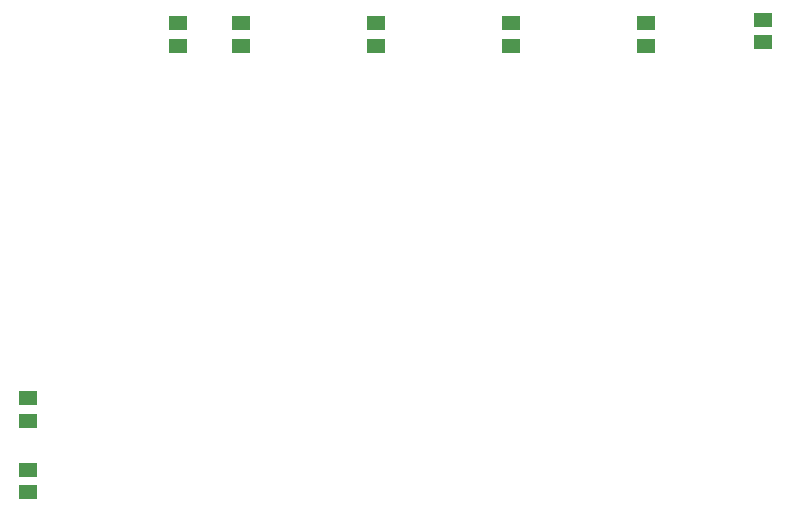
<source format=gtp>
G75*
%MOIN*%
%OFA0B0*%
%FSLAX25Y25*%
%IPPOS*%
%LPD*%
%AMOC8*
5,1,8,0,0,1.08239X$1,22.5*
%
%ADD10R,0.05906X0.05118*%
D10*
X0020350Y0047924D03*
X0020350Y0055404D03*
X0020350Y0071674D03*
X0020350Y0079154D03*
X0070350Y0196674D03*
X0070350Y0204154D03*
X0091600Y0204154D03*
X0091600Y0196674D03*
X0136600Y0196674D03*
X0136600Y0204154D03*
X0181600Y0204154D03*
X0181600Y0196674D03*
X0226600Y0196674D03*
X0226600Y0204154D03*
X0265350Y0205404D03*
X0265350Y0197924D03*
M02*

</source>
